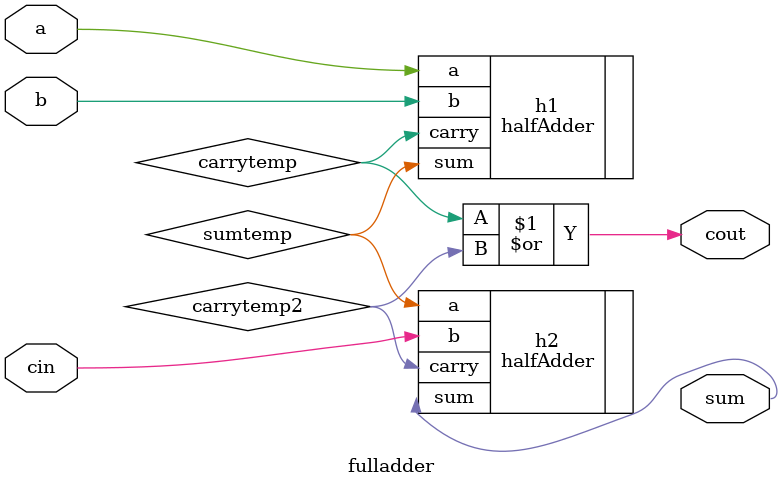
<source format=v>
module fulladder(sum,cout,a,b,cin);
input a,b,cin;
output sum,cout;
wire carrytemp, sumtemp,carrytemp2;
halfAdder h1(.sum(sumtemp),.carry(carrytemp),.a(a),.b(b));
halfAdder h2(.sum(sum),.carry(carrytemp2),.a(sumtemp),.b(cin));
assign cout=carrytemp|carrytemp2;
endmodule
</source>
